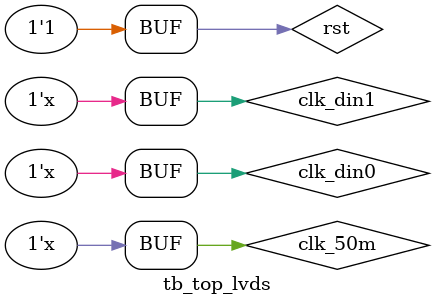
<source format=v>
`timescale 1ns / 1ps

module tb_top_lvds;

    reg     rst;
    reg     clk_50m; 
    reg     clk_din0;
    reg     clk_din1;

    always # 100.000    clk_50m  = ~ clk_50m;  
    always #  73.700    clk_din0 = ~ clk_din0;
    always # 117.170    clk_din1 = ~ clk_din1;
//   initial #(4)
//   forever #8.33333    clk_dco  = ~ clk_dco;
 
    initial 
    begin       
                    rst         =   1'b0;
                    clk_50m     =   1'b0;
                    clk_din0    =   1'b0;
                    clk_din1    =   1'b1;
        # 10000     rst         =   1'b1; 
    end 

	wire tx_valid;
	wire [7:0]	tx_data;
	UART_source
	uut0_UART_source(  
		.rst(rst),	
		.clk(clk_50m),
		.tx_valid(tx_valid),	
		.tx_data(tx_data)
    	);

    wire    uart_rx;
    wire    uart_tx;
	wire	tx_done;
	wire    rx_valid;
	wire [7:0]	rx_data;
	UART_interface
	uut1_UART_interface(
		.clk(clk_50m),
		.rst_n(rst),	
		.tx_valid(tx_valid),	
		.tx_data(tx_data),
		.tx_done(tx_done),
		.uart_tx(uart_tx),	
		.uart_rx(uart_rx),
		.rx_valid(rx_valid),
		.rx_data(rx_data)
		);
		
	wire 	adclk_n;
	wire 	adclk_p;
	wire	fco_n;
	wire 	fco_p;
	wire 	dco_n;
	wire  	dco_p;
	wire	din0A_n;
	wire	din0A_p;
	wire	din1A_n;
	wire	din1A_p;
	wire	din0B_n;
	wire	din0B_p;
	wire	din1B_n;
	wire	din1B_p;
	wire	adc_out;
	wire  	pll_locked;
	ADC_source
	uut0_ADC_source(  
 //   	.rst(rst), 
		.rst(adc_out),
		.clk_p(adclk_p),
		.clk_n(adclk_n),
		.din0_in(clk_din0),
		.din1_in(clk_din1),
		.fco_n(fco_n),
		.fco_p(fco_p),
		.dco_n(dco_n),
		.dco_p(dco_p),
		.din0A_n(din0A_n),
		.din0A_p(din0A_p),
		.din1A_n(din1A_n),
		.din1A_p(din1A_p),
		.din0B_n(din0B_n),
		.din0B_p(din0B_p),
		.din1B_n(din1B_n),
		.din1B_p(din1B_p),
		.pll_locked(pll_locked)
		);

	wire	spi_clk;
	wire 	spi_csb;
	wire 	spi_sdio;
	wire 	Bit_clk;
	wire [15:0]	Bit_dat;
	wire [ 9:0] test_pin;
    top_lvds    
    uut_top_lvds(
        .rst(rst),
	    .clk(clk_50m),
        .dco_n(dco_n),
        .dco_p(dco_p),
        .fco_n(fco_n),
        .fco_p(fco_p),
        .din1A_n(din1A_n),
        .din1A_p(din1A_p),
        .din0A_n(din0A_n),
        .din0A_p(din0A_p),
        .din1B_n(din1B_n),
        .din1B_p(din1B_p),
        .din0B_n(din0B_n),
        .din0B_p(din0B_p),
        .uart_tx(uart_rx),
	    .uart_rx(uart_tx),
		.spi_clk(spi_clk),
		.spi_csb(spi_csb),
		.spi_sdio(spi_sdio),
		.adclk_p(adclk_p),
		.adclk_n(adclk_n),
		.Bit_sta(1'b0),
		.Bit_cha(1'b0),
		.Bit_clr(1'b0),
		.Bit_clk(Bit_clk),
		.Bit_dat(Bit_dat),		
	    .test_pin(test_pin)
        );

	assign adc_out = test_pin[9];
	
endmodule


</source>
